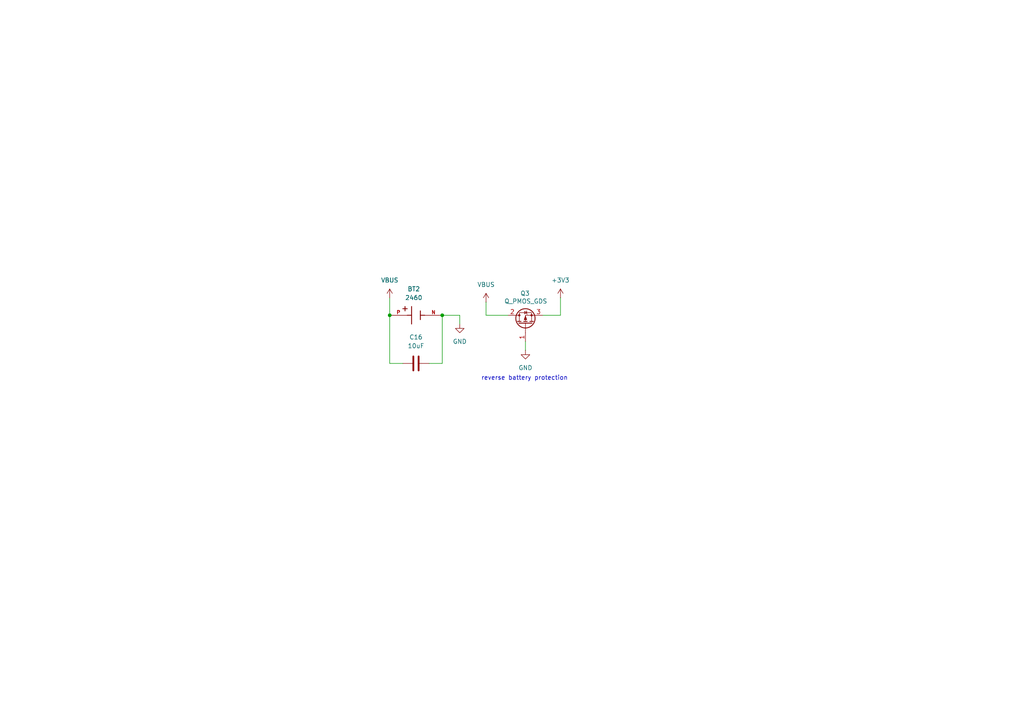
<source format=kicad_sch>
(kicad_sch (version 20231120) (generator "eeschema") (generator_version "8.0")
  (paper "A4")
  (lib_symbols
    (symbol "2460:2460" (pin_names (offset 1.016))
      (property "Reference" "BT" (at -3.81 3.81 0))
      (property "Value" "2460" (at -3.81 -5.08 0))
      (symbol "2460_0_0"
        (polyline (pts (xy -3.81 1.905) (xy -2.54 1.905)) (stroke (width 0.254)))
        (polyline (pts (xy -3.175 2.54) (xy -3.175 1.27)) (stroke (width 0.254)))
        (polyline (pts (xy -1.27 0) (xy -2.54 0)) (stroke (width 0.254)))
        (polyline (pts (xy -1.27 0) (xy -1.27 -2.54)) (stroke (width 0.254)))
        (polyline (pts (xy -1.27 2.54) (xy -1.27 0)) (stroke (width 0.254)))
        (polyline (pts (xy 1.27 0) (xy 1.27 -1.27)) (stroke (width 0.254)))
        (polyline (pts (xy 1.27 0) (xy 2.54 0)) (stroke (width 0.254)))
        (polyline (pts (xy 1.27 1.27) (xy 1.27 0)) (stroke (width 0.254)))
        (pin passive line (at 7.62 0 180) (length 5.08) (name "~") (number "N"))
        (pin passive line (at -7.62 0 0) (length 5.08) (name "~") (number "P"))
      )
    )
    (symbol "Device:C" (pin_numbers hide) (pin_names (offset 0.254))
      (property "Reference" "C" (at 0.635 2.54 0))
      (property "Value" "C" (at 0.635 -2.54 0))
      (symbol "C_0_1"
        (polyline (pts (xy -2.032 -0.762) (xy 2.032 -0.762)) (stroke (width 0.508)))
        (polyline (pts (xy -2.032 0.762) (xy 2.032 0.762)) (stroke (width 0.508)))
      )
      (symbol "C_1_1"
        (pin passive line (at 0 3.81 270) (length 2.794) (name "~") (number "1"))
        (pin passive line (at 0 -3.81 90) (length 2.794) (name "~") (number "2"))
      )
    )
    (symbol "Device:Q_PMOS_GDS" (pin_names (offset 0) hide)
      (property "Reference" "Q" (at 5.08 1.27 0))
      (property "Value" "Q_PMOS_GDS" (at 5.08 -1.27 0))
      (symbol "Q_PMOS_GDS_0_1"
        (polyline (pts (xy 0.254 0) (xy -2.54 0)))
        (polyline (pts (xy 0.254 1.905) (xy 0.254 -1.905)) (stroke (width 0.254)))
        (polyline (pts (xy 0.762 -1.27) (xy 0.762 -2.286)) (stroke (width 0.254)))
        (polyline (pts (xy 0.762 0.508) (xy 0.762 -0.508)) (stroke (width 0.254)))
        (polyline (pts (xy 0.762 2.286) (xy 0.762 1.27)) (stroke (width 0.254)))
        (polyline (pts (xy 2.54 2.54) (xy 2.54 1.778)))
        (polyline (pts (xy 2.54 -2.54) (xy 2.54 0) (xy 0.762 0)))
        (polyline (pts (xy 0.762 1.778) (xy 3.302 1.778) (xy 3.302 -1.778) (xy 0.762 -1.778)))
        (polyline (pts (xy 2.286 0) (xy 1.27 0.381) (xy 1.27 -0.381) (xy 2.286 0)) (fill (type outline)))
        (polyline (pts (xy 2.794 -0.508) (xy 2.921 -0.381) (xy 3.683 -0.381) (xy 3.81 -0.254)))
        (polyline (pts (xy 3.302 -0.381) (xy 2.921 0.254) (xy 3.683 0.254) (xy 3.302 -0.381)))
        (circle (center 1.651 0) (radius 2.794) (stroke (width 0.254)))
        (circle (center 2.54 -1.778) (radius 0.254) (fill (type outline)))
        (circle (center 2.54 1.778) (radius 0.254) (fill (type outline)))
      )
      (symbol "Q_PMOS_GDS_1_1"
        (pin input line (at -5.08 0 0) (length 2.54) (name "G") (number "1"))
        (pin passive line (at 2.54 5.08 270) (length 2.54) (name "D") (number "2"))
        (pin passive line (at 2.54 -5.08 90) (length 2.54) (name "S") (number "3"))
      )
    )
    (symbol "power:+3.3V" (power) (pin_numbers hide) (pin_names (offset 0) hide)
      (property "Value" "+3.3V" (at 0 3.556 0))
      (symbol "+3.3V_0_1"
        (polyline (pts (xy -0.762 1.27) (xy 0 2.54)))
        (polyline (pts (xy 0 0) (xy 0 2.54)))
        (polyline (pts (xy 0 2.54) (xy 0.762 1.27)))
      )
      (symbol "+3.3V_1_1"
        (pin power_in line (at 0 0 90) (length 0) (name "~") (number "1"))
      )
    )
    (symbol "power:GND" (power) (pin_numbers hide) (pin_names (offset 0) hide)
      (property "Value" "GND" (at 0 -3.81 0))
      (symbol "GND_0_1"
        (polyline (pts (xy 0 0) (xy 0 -1.27) (xy 1.27 -1.27) (xy 0 -2.54) (xy -1.27 -1.27) (xy 0 -1.27)))
      )
      (symbol "GND_1_1"
        (pin power_in line (at 0 0 270) (length 0) (name "~") (number "1"))
      )
    )
    (symbol "power:VBUS" (power) (pin_numbers hide) (pin_names (offset 0) hide)
      (property "Value" "VBUS" (at 0 3.556 0))
      (symbol "VBUS_0_1"
        (polyline (pts (xy -0.762 1.27) (xy 0 2.54)))
        (polyline (pts (xy 0 0) (xy 0 2.54)))
        (polyline (pts (xy 0 2.54) (xy 0.762 1.27)))
      )
      (symbol "VBUS_1_1"
        (pin power_in line (at 0 0 90) (length 0) (name "~") (number "1"))
      )
    )
  )
  (junction (at 128.27 91.44))
  (junction (at 113.03 91.44))
  (wire (pts (xy 162.56 86.36) (xy 162.56 91.44)))
  (wire (pts (xy 140.97 91.44) (xy 140.97 87.63)))
  (wire (pts (xy 162.56 91.44) (xy 157.48 91.44)))
  (wire (pts (xy 124.46 105.41) (xy 128.27 105.41)))
  (wire (pts (xy 113.03 105.41) (xy 116.84 105.41)))
  (wire (pts (xy 133.35 93.98) (xy 133.35 91.44)))
  (wire (pts (xy 128.27 91.44) (xy 128.27 105.41)))
  (wire (pts (xy 113.03 86.36) (xy 113.03 91.44)))
  (wire (pts (xy 113.03 91.44) (xy 113.03 105.41)))
  (wire (pts (xy 133.35 91.44) (xy 128.27 91.44)))
  (wire (pts (xy 152.4 101.6) (xy 152.4 99.06)))
  (wire (pts (xy 147.32 91.44) (xy 140.97 91.44)))
  (text "reverse battery protection\n" (at 152.146 109.728 0) (effects (font (size 1.27 1.27))))
  (symbol (lib_id "Device:C") (at 120.65 105.41 90) (unit 1)
    (property "Reference" "C16" (at 120.65 97.79 90))
    (property "Value" "10uF" (at 120.65 100.33 90))
    (property "Footprint" "Capacitor_SMD:C_0603_1608Metric" (effects (hide yes)))
    (property "Description" "Unpolarized capacitor" (effects (hide yes)))
  )
  (symbol (lib_id "Device:Q_PMOS_GDS") (at 152.4 93.98 90) (unit 1)
    (property "Reference" "Q3" (at 153.67 85.09 90) (effects (justify left)))
    (property "Value" "Q_PMOS_GDS" (at 158.75 87.376 90) (effects (justify left)))
    (property "Description" "P-MOSFET transistor, gate/drain/source" (effects (hide yes)))
  )
  (symbol (lib_id "power:GND") (at 133.35 93.98 0) (unit 1)
    (property "Reference" "#PWR032" (effects (hide yes)))
    (property "Value" "GND" (at 133.35 99.06 0))
    (property "Description" "Power symbol creates a global label with name \"GND\" , ground" (effects (hide yes)))
  )
  (symbol (lib_id "power:VBUS") (at 140.97 87.63 0) (unit 1)
    (property "Reference" "#PWR033" (effects (hide yes)))
    (property "Value" "VBUS" (at 140.97 82.55 0))
    (property "Description" "Power symbol creates a global label with name \"VBUS\"" (effects (hide yes)))
  )
  (symbol (lib_id "power:+3.3V") (at 162.56 86.36 0) (unit 1)
    (property "Reference" "#PWR035" (effects (hide yes)))
    (property "Value" "+3V3" (at 162.56 81.28 0))
    (property "Description" "Power symbol creates a global label with name \"+3.3V\"" (effects (hide yes)))
  )
  (symbol (lib_id "power:GND") (at 152.4 101.6 0) (unit 1)
    (property "Reference" "#PWR034" (effects (hide yes)))
    (property "Value" "GND" (at 152.4 106.68 0))
    (property "Description" "Power symbol creates a global label with name \"GND\" , ground" (effects (hide yes)))
  )
  (symbol (lib_id "2460:2460") (at 120.65 91.44 0) (unit 1)
    (property "Reference" "BT2" (at 120.015 83.82 0))
    (property "Value" "2460" (at 120.015 86.36 0))
    (property "Footprint" "2460:BAT_2460" (effects (hide yes)))
    (property "PARTREV" "B" (effects (hide yes)))
    (property "STANDARD" "Manufacturer Recommendations" (effects (hide yes)))
    (property "SNAPEDA_PN" "2460" (effects (hide yes)))
    (property "MAXIMUM_PACKAGE_HEIGHT" "14.14mm" (effects (hide yes)))
    (property "MANUFACTURER" "Keystone" (effects (hide yes)))
  )
  (symbol (lib_id "power:VBUS") (at 113.03 86.36 0) (unit 1)
    (property "Reference" "#PWR031" (effects (hide yes)))
    (property "Value" "VBUS" (at 113.03 81.28 0))
    (property "Description" "Power symbol creates a global label with name \"VBUS\"" (effects (hide yes)))
  )
)
</source>
